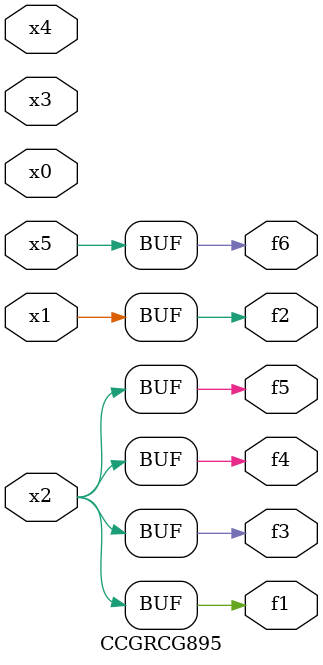
<source format=v>
module CCGRCG895(
	input x0, x1, x2, x3, x4, x5,
	output f1, f2, f3, f4, f5, f6
);
	assign f1 = x2;
	assign f2 = x1;
	assign f3 = x2;
	assign f4 = x2;
	assign f5 = x2;
	assign f6 = x5;
endmodule

</source>
